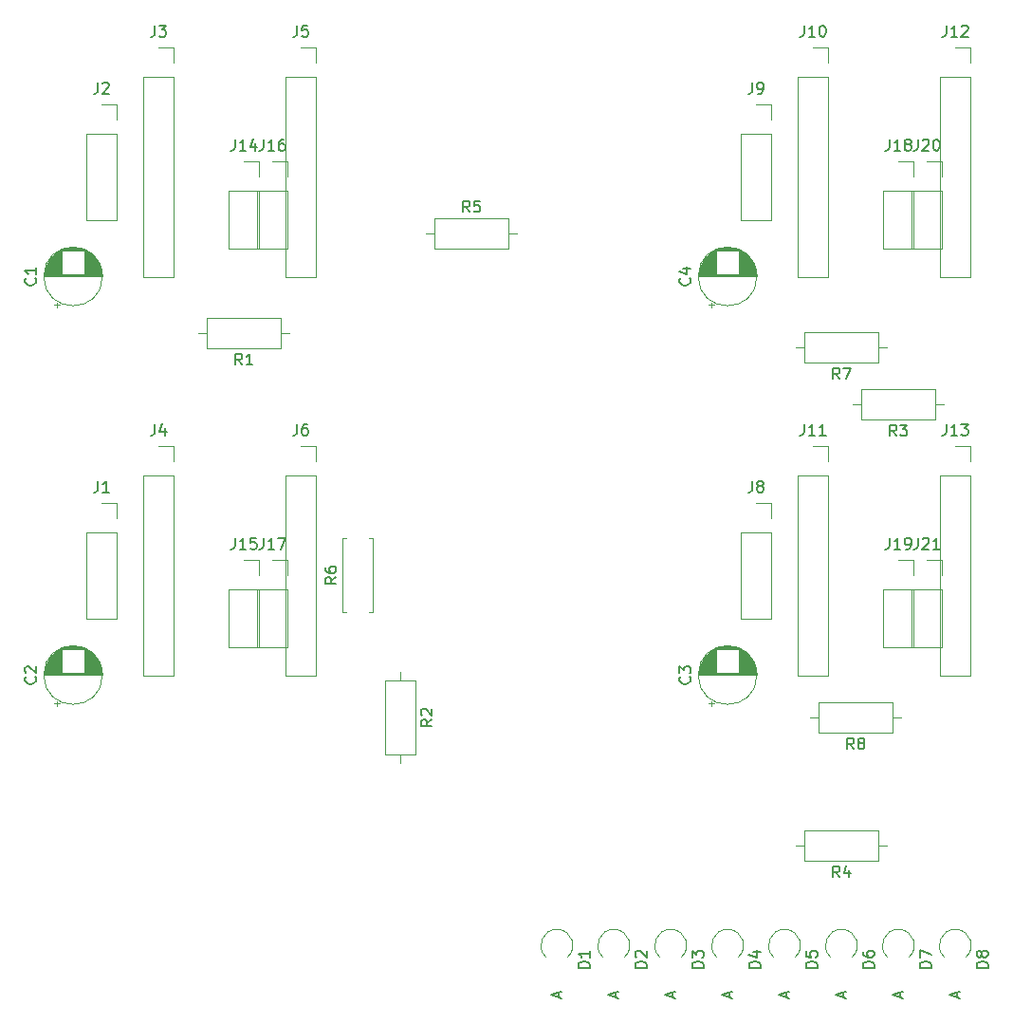
<source format=gto>
G04 #@! TF.GenerationSoftware,KiCad,Pcbnew,(6.0.2)*
G04 #@! TF.CreationDate,2025-01-10T17:30:30+01:00*
G04 #@! TF.ProjectId,4motor,346d6f74-6f72-42e6-9b69-6361645f7063,rev?*
G04 #@! TF.SameCoordinates,Original*
G04 #@! TF.FileFunction,Legend,Top*
G04 #@! TF.FilePolarity,Positive*
%FSLAX46Y46*%
G04 Gerber Fmt 4.6, Leading zero omitted, Abs format (unit mm)*
G04 Created by KiCad (PCBNEW (6.0.2)) date 2025-01-10 17:30:30*
%MOMM*%
%LPD*%
G01*
G04 APERTURE LIST*
%ADD10C,0.150000*%
%ADD11C,0.120000*%
%ADD12R,1.700000X1.700000*%
%ADD13O,1.700000X1.700000*%
%ADD14C,1.600000*%
%ADD15O,1.600000X1.600000*%
%ADD16R,1.600000X1.600000*%
%ADD17R,1.800000X1.800000*%
%ADD18O,1.800000X1.800000*%
G04 APERTURE END LIST*
D10*
X156670476Y-98282380D02*
X156670476Y-98996666D01*
X156622857Y-99139523D01*
X156527619Y-99234761D01*
X156384761Y-99282380D01*
X156289523Y-99282380D01*
X157670476Y-99282380D02*
X157099047Y-99282380D01*
X157384761Y-99282380D02*
X157384761Y-98282380D01*
X157289523Y-98425238D01*
X157194285Y-98520476D01*
X157099047Y-98568095D01*
X158003809Y-98282380D02*
X158622857Y-98282380D01*
X158289523Y-98663333D01*
X158432380Y-98663333D01*
X158527619Y-98710952D01*
X158575238Y-98758571D01*
X158622857Y-98853809D01*
X158622857Y-99091904D01*
X158575238Y-99187142D01*
X158527619Y-99234761D01*
X158432380Y-99282380D01*
X158146666Y-99282380D01*
X158051428Y-99234761D01*
X158003809Y-99187142D01*
X147153333Y-94262380D02*
X146820000Y-93786190D01*
X146581904Y-94262380D02*
X146581904Y-93262380D01*
X146962857Y-93262380D01*
X147058095Y-93310000D01*
X147105714Y-93357619D01*
X147153333Y-93452857D01*
X147153333Y-93595714D01*
X147105714Y-93690952D01*
X147058095Y-93738571D01*
X146962857Y-93786190D01*
X146581904Y-93786190D01*
X147486666Y-93262380D02*
X148153333Y-93262380D01*
X147724761Y-94262380D01*
X133767142Y-85276666D02*
X133814761Y-85324285D01*
X133862380Y-85467142D01*
X133862380Y-85562380D01*
X133814761Y-85705238D01*
X133719523Y-85800476D01*
X133624285Y-85848095D01*
X133433809Y-85895714D01*
X133290952Y-85895714D01*
X133100476Y-85848095D01*
X133005238Y-85800476D01*
X132910000Y-85705238D01*
X132862380Y-85562380D01*
X132862380Y-85467142D01*
X132910000Y-85324285D01*
X132957619Y-85276666D01*
X133195714Y-84419523D02*
X133862380Y-84419523D01*
X132814761Y-84657619D02*
X133529047Y-84895714D01*
X133529047Y-84276666D01*
X124842380Y-146788095D02*
X123842380Y-146788095D01*
X123842380Y-146550000D01*
X123890000Y-146407142D01*
X123985238Y-146311904D01*
X124080476Y-146264285D01*
X124270952Y-146216666D01*
X124413809Y-146216666D01*
X124604285Y-146264285D01*
X124699523Y-146311904D01*
X124794761Y-146407142D01*
X124842380Y-146550000D01*
X124842380Y-146788095D01*
X124842380Y-145264285D02*
X124842380Y-145835714D01*
X124842380Y-145550000D02*
X123842380Y-145550000D01*
X123985238Y-145645238D01*
X124080476Y-145740476D01*
X124128095Y-145835714D01*
X122086666Y-149458095D02*
X122086666Y-148981904D01*
X122372380Y-149553333D02*
X121372380Y-149220000D01*
X122372380Y-148886666D01*
X148423333Y-127282380D02*
X148090000Y-126806190D01*
X147851904Y-127282380D02*
X147851904Y-126282380D01*
X148232857Y-126282380D01*
X148328095Y-126330000D01*
X148375714Y-126377619D01*
X148423333Y-126472857D01*
X148423333Y-126615714D01*
X148375714Y-126710952D01*
X148328095Y-126758571D01*
X148232857Y-126806190D01*
X147851904Y-126806190D01*
X148994761Y-126710952D02*
X148899523Y-126663333D01*
X148851904Y-126615714D01*
X148804285Y-126520476D01*
X148804285Y-126472857D01*
X148851904Y-126377619D01*
X148899523Y-126330000D01*
X148994761Y-126282380D01*
X149185238Y-126282380D01*
X149280476Y-126330000D01*
X149328095Y-126377619D01*
X149375714Y-126472857D01*
X149375714Y-126520476D01*
X149328095Y-126615714D01*
X149280476Y-126663333D01*
X149185238Y-126710952D01*
X148994761Y-126710952D01*
X148899523Y-126758571D01*
X148851904Y-126806190D01*
X148804285Y-126901428D01*
X148804285Y-127091904D01*
X148851904Y-127187142D01*
X148899523Y-127234761D01*
X148994761Y-127282380D01*
X149185238Y-127282380D01*
X149280476Y-127234761D01*
X149328095Y-127187142D01*
X149375714Y-127091904D01*
X149375714Y-126901428D01*
X149328095Y-126806190D01*
X149280476Y-126758571D01*
X149185238Y-126710952D01*
X154130476Y-108442380D02*
X154130476Y-109156666D01*
X154082857Y-109299523D01*
X153987619Y-109394761D01*
X153844761Y-109442380D01*
X153749523Y-109442380D01*
X154559047Y-108537619D02*
X154606666Y-108490000D01*
X154701904Y-108442380D01*
X154940000Y-108442380D01*
X155035238Y-108490000D01*
X155082857Y-108537619D01*
X155130476Y-108632857D01*
X155130476Y-108728095D01*
X155082857Y-108870952D01*
X154511428Y-109442380D01*
X155130476Y-109442380D01*
X156082857Y-109442380D02*
X155511428Y-109442380D01*
X155797142Y-109442380D02*
X155797142Y-108442380D01*
X155701904Y-108585238D01*
X155606666Y-108680476D01*
X155511428Y-108728095D01*
X75347142Y-85276666D02*
X75394761Y-85324285D01*
X75442380Y-85467142D01*
X75442380Y-85562380D01*
X75394761Y-85705238D01*
X75299523Y-85800476D01*
X75204285Y-85848095D01*
X75013809Y-85895714D01*
X74870952Y-85895714D01*
X74680476Y-85848095D01*
X74585238Y-85800476D01*
X74490000Y-85705238D01*
X74442380Y-85562380D01*
X74442380Y-85467142D01*
X74490000Y-85324285D01*
X74537619Y-85276666D01*
X75442380Y-84324285D02*
X75442380Y-84895714D01*
X75442380Y-84610000D02*
X74442380Y-84610000D01*
X74585238Y-84705238D01*
X74680476Y-84800476D01*
X74728095Y-84895714D01*
X151590476Y-72882380D02*
X151590476Y-73596666D01*
X151542857Y-73739523D01*
X151447619Y-73834761D01*
X151304761Y-73882380D01*
X151209523Y-73882380D01*
X152590476Y-73882380D02*
X152019047Y-73882380D01*
X152304761Y-73882380D02*
X152304761Y-72882380D01*
X152209523Y-73025238D01*
X152114285Y-73120476D01*
X152019047Y-73168095D01*
X153161904Y-73310952D02*
X153066666Y-73263333D01*
X153019047Y-73215714D01*
X152971428Y-73120476D01*
X152971428Y-73072857D01*
X153019047Y-72977619D01*
X153066666Y-72930000D01*
X153161904Y-72882380D01*
X153352380Y-72882380D01*
X153447619Y-72930000D01*
X153495238Y-72977619D01*
X153542857Y-73072857D01*
X153542857Y-73120476D01*
X153495238Y-73215714D01*
X153447619Y-73263333D01*
X153352380Y-73310952D01*
X153161904Y-73310952D01*
X153066666Y-73358571D01*
X153019047Y-73406190D01*
X152971428Y-73501428D01*
X152971428Y-73691904D01*
X153019047Y-73787142D01*
X153066666Y-73834761D01*
X153161904Y-73882380D01*
X153352380Y-73882380D01*
X153447619Y-73834761D01*
X153495238Y-73787142D01*
X153542857Y-73691904D01*
X153542857Y-73501428D01*
X153495238Y-73406190D01*
X153447619Y-73358571D01*
X153352380Y-73310952D01*
X143970476Y-98282380D02*
X143970476Y-98996666D01*
X143922857Y-99139523D01*
X143827619Y-99234761D01*
X143684761Y-99282380D01*
X143589523Y-99282380D01*
X144970476Y-99282380D02*
X144399047Y-99282380D01*
X144684761Y-99282380D02*
X144684761Y-98282380D01*
X144589523Y-98425238D01*
X144494285Y-98520476D01*
X144399047Y-98568095D01*
X145922857Y-99282380D02*
X145351428Y-99282380D01*
X145637142Y-99282380D02*
X145637142Y-98282380D01*
X145541904Y-98425238D01*
X145446666Y-98520476D01*
X145351428Y-98568095D01*
X145162380Y-146788095D02*
X144162380Y-146788095D01*
X144162380Y-146550000D01*
X144210000Y-146407142D01*
X144305238Y-146311904D01*
X144400476Y-146264285D01*
X144590952Y-146216666D01*
X144733809Y-146216666D01*
X144924285Y-146264285D01*
X145019523Y-146311904D01*
X145114761Y-146407142D01*
X145162380Y-146550000D01*
X145162380Y-146788095D01*
X144162380Y-145311904D02*
X144162380Y-145788095D01*
X144638571Y-145835714D01*
X144590952Y-145788095D01*
X144543333Y-145692857D01*
X144543333Y-145454761D01*
X144590952Y-145359523D01*
X144638571Y-145311904D01*
X144733809Y-145264285D01*
X144971904Y-145264285D01*
X145067142Y-145311904D01*
X145114761Y-145359523D01*
X145162380Y-145454761D01*
X145162380Y-145692857D01*
X145114761Y-145788095D01*
X145067142Y-145835714D01*
X142406666Y-149458095D02*
X142406666Y-148981904D01*
X142692380Y-149553333D02*
X141692380Y-149220000D01*
X142692380Y-148886666D01*
X155322380Y-146788095D02*
X154322380Y-146788095D01*
X154322380Y-146550000D01*
X154370000Y-146407142D01*
X154465238Y-146311904D01*
X154560476Y-146264285D01*
X154750952Y-146216666D01*
X154893809Y-146216666D01*
X155084285Y-146264285D01*
X155179523Y-146311904D01*
X155274761Y-146407142D01*
X155322380Y-146550000D01*
X155322380Y-146788095D01*
X154322380Y-145883333D02*
X154322380Y-145216666D01*
X155322380Y-145645238D01*
X152566666Y-149458095D02*
X152566666Y-148981904D01*
X152852380Y-149553333D02*
X151852380Y-149220000D01*
X152852380Y-148886666D01*
X129922380Y-146788095D02*
X128922380Y-146788095D01*
X128922380Y-146550000D01*
X128970000Y-146407142D01*
X129065238Y-146311904D01*
X129160476Y-146264285D01*
X129350952Y-146216666D01*
X129493809Y-146216666D01*
X129684285Y-146264285D01*
X129779523Y-146311904D01*
X129874761Y-146407142D01*
X129922380Y-146550000D01*
X129922380Y-146788095D01*
X129017619Y-145835714D02*
X128970000Y-145788095D01*
X128922380Y-145692857D01*
X128922380Y-145454761D01*
X128970000Y-145359523D01*
X129017619Y-145311904D01*
X129112857Y-145264285D01*
X129208095Y-145264285D01*
X129350952Y-145311904D01*
X129922380Y-145883333D01*
X129922380Y-145264285D01*
X127166666Y-149458095D02*
X127166666Y-148981904D01*
X127452380Y-149553333D02*
X126452380Y-149220000D01*
X127452380Y-148886666D01*
X95710476Y-108442380D02*
X95710476Y-109156666D01*
X95662857Y-109299523D01*
X95567619Y-109394761D01*
X95424761Y-109442380D01*
X95329523Y-109442380D01*
X96710476Y-109442380D02*
X96139047Y-109442380D01*
X96424761Y-109442380D02*
X96424761Y-108442380D01*
X96329523Y-108585238D01*
X96234285Y-108680476D01*
X96139047Y-108728095D01*
X97043809Y-108442380D02*
X97710476Y-108442380D01*
X97281904Y-109442380D01*
X93170476Y-72882380D02*
X93170476Y-73596666D01*
X93122857Y-73739523D01*
X93027619Y-73834761D01*
X92884761Y-73882380D01*
X92789523Y-73882380D01*
X94170476Y-73882380D02*
X93599047Y-73882380D01*
X93884761Y-73882380D02*
X93884761Y-72882380D01*
X93789523Y-73025238D01*
X93694285Y-73120476D01*
X93599047Y-73168095D01*
X95027619Y-73215714D02*
X95027619Y-73882380D01*
X94789523Y-72834761D02*
X94551428Y-73549047D01*
X95170476Y-73549047D01*
X151590476Y-108442380D02*
X151590476Y-109156666D01*
X151542857Y-109299523D01*
X151447619Y-109394761D01*
X151304761Y-109442380D01*
X151209523Y-109442380D01*
X152590476Y-109442380D02*
X152019047Y-109442380D01*
X152304761Y-109442380D02*
X152304761Y-108442380D01*
X152209523Y-108585238D01*
X152114285Y-108680476D01*
X152019047Y-108728095D01*
X153066666Y-109442380D02*
X153257142Y-109442380D01*
X153352380Y-109394761D01*
X153400000Y-109347142D01*
X153495238Y-109204285D01*
X153542857Y-109013809D01*
X153542857Y-108632857D01*
X153495238Y-108537619D01*
X153447619Y-108490000D01*
X153352380Y-108442380D01*
X153161904Y-108442380D01*
X153066666Y-108490000D01*
X153019047Y-108537619D01*
X152971428Y-108632857D01*
X152971428Y-108870952D01*
X153019047Y-108966190D01*
X153066666Y-109013809D01*
X153161904Y-109061428D01*
X153352380Y-109061428D01*
X153447619Y-109013809D01*
X153495238Y-108966190D01*
X153542857Y-108870952D01*
X75347142Y-120836666D02*
X75394761Y-120884285D01*
X75442380Y-121027142D01*
X75442380Y-121122380D01*
X75394761Y-121265238D01*
X75299523Y-121360476D01*
X75204285Y-121408095D01*
X75013809Y-121455714D01*
X74870952Y-121455714D01*
X74680476Y-121408095D01*
X74585238Y-121360476D01*
X74490000Y-121265238D01*
X74442380Y-121122380D01*
X74442380Y-121027142D01*
X74490000Y-120884285D01*
X74537619Y-120836666D01*
X74537619Y-120455714D02*
X74490000Y-120408095D01*
X74442380Y-120312857D01*
X74442380Y-120074761D01*
X74490000Y-119979523D01*
X74537619Y-119931904D01*
X74632857Y-119884285D01*
X74728095Y-119884285D01*
X74870952Y-119931904D01*
X75442380Y-120503333D01*
X75442380Y-119884285D01*
X86026666Y-98282380D02*
X86026666Y-98996666D01*
X85979047Y-99139523D01*
X85883809Y-99234761D01*
X85740952Y-99282380D01*
X85645714Y-99282380D01*
X86931428Y-98615714D02*
X86931428Y-99282380D01*
X86693333Y-98234761D02*
X86455238Y-98949047D01*
X87074285Y-98949047D01*
X86026666Y-62722380D02*
X86026666Y-63436666D01*
X85979047Y-63579523D01*
X85883809Y-63674761D01*
X85740952Y-63722380D01*
X85645714Y-63722380D01*
X86407619Y-62722380D02*
X87026666Y-62722380D01*
X86693333Y-63103333D01*
X86836190Y-63103333D01*
X86931428Y-63150952D01*
X86979047Y-63198571D01*
X87026666Y-63293809D01*
X87026666Y-63531904D01*
X86979047Y-63627142D01*
X86931428Y-63674761D01*
X86836190Y-63722380D01*
X86550476Y-63722380D01*
X86455238Y-63674761D01*
X86407619Y-63627142D01*
X102222380Y-111926666D02*
X101746190Y-112260000D01*
X102222380Y-112498095D02*
X101222380Y-112498095D01*
X101222380Y-112117142D01*
X101270000Y-112021904D01*
X101317619Y-111974285D01*
X101412857Y-111926666D01*
X101555714Y-111926666D01*
X101650952Y-111974285D01*
X101698571Y-112021904D01*
X101746190Y-112117142D01*
X101746190Y-112498095D01*
X101222380Y-111069523D02*
X101222380Y-111260000D01*
X101270000Y-111355238D01*
X101317619Y-111402857D01*
X101460476Y-111498095D01*
X101650952Y-111545714D01*
X102031904Y-111545714D01*
X102127142Y-111498095D01*
X102174761Y-111450476D01*
X102222380Y-111355238D01*
X102222380Y-111164761D01*
X102174761Y-111069523D01*
X102127142Y-111021904D01*
X102031904Y-110974285D01*
X101793809Y-110974285D01*
X101698571Y-111021904D01*
X101650952Y-111069523D01*
X101603333Y-111164761D01*
X101603333Y-111355238D01*
X101650952Y-111450476D01*
X101698571Y-111498095D01*
X101793809Y-111545714D01*
X156670476Y-62722380D02*
X156670476Y-63436666D01*
X156622857Y-63579523D01*
X156527619Y-63674761D01*
X156384761Y-63722380D01*
X156289523Y-63722380D01*
X157670476Y-63722380D02*
X157099047Y-63722380D01*
X157384761Y-63722380D02*
X157384761Y-62722380D01*
X157289523Y-62865238D01*
X157194285Y-62960476D01*
X157099047Y-63008095D01*
X158051428Y-62817619D02*
X158099047Y-62770000D01*
X158194285Y-62722380D01*
X158432380Y-62722380D01*
X158527619Y-62770000D01*
X158575238Y-62817619D01*
X158622857Y-62912857D01*
X158622857Y-63008095D01*
X158575238Y-63150952D01*
X158003809Y-63722380D01*
X158622857Y-63722380D01*
X98726666Y-62722380D02*
X98726666Y-63436666D01*
X98679047Y-63579523D01*
X98583809Y-63674761D01*
X98440952Y-63722380D01*
X98345714Y-63722380D01*
X99679047Y-62722380D02*
X99202857Y-62722380D01*
X99155238Y-63198571D01*
X99202857Y-63150952D01*
X99298095Y-63103333D01*
X99536190Y-63103333D01*
X99631428Y-63150952D01*
X99679047Y-63198571D01*
X99726666Y-63293809D01*
X99726666Y-63531904D01*
X99679047Y-63627142D01*
X99631428Y-63674761D01*
X99536190Y-63722380D01*
X99298095Y-63722380D01*
X99202857Y-63674761D01*
X99155238Y-63627142D01*
X140082380Y-146788095D02*
X139082380Y-146788095D01*
X139082380Y-146550000D01*
X139130000Y-146407142D01*
X139225238Y-146311904D01*
X139320476Y-146264285D01*
X139510952Y-146216666D01*
X139653809Y-146216666D01*
X139844285Y-146264285D01*
X139939523Y-146311904D01*
X140034761Y-146407142D01*
X140082380Y-146550000D01*
X140082380Y-146788095D01*
X139415714Y-145359523D02*
X140082380Y-145359523D01*
X139034761Y-145597619D02*
X139749047Y-145835714D01*
X139749047Y-145216666D01*
X137326666Y-149458095D02*
X137326666Y-148981904D01*
X137612380Y-149553333D02*
X136612380Y-149220000D01*
X137612380Y-148886666D01*
X80946666Y-67802380D02*
X80946666Y-68516666D01*
X80899047Y-68659523D01*
X80803809Y-68754761D01*
X80660952Y-68802380D01*
X80565714Y-68802380D01*
X81375238Y-67897619D02*
X81422857Y-67850000D01*
X81518095Y-67802380D01*
X81756190Y-67802380D01*
X81851428Y-67850000D01*
X81899047Y-67897619D01*
X81946666Y-67992857D01*
X81946666Y-68088095D01*
X81899047Y-68230952D01*
X81327619Y-68802380D01*
X81946666Y-68802380D01*
X110772380Y-124626666D02*
X110296190Y-124960000D01*
X110772380Y-125198095D02*
X109772380Y-125198095D01*
X109772380Y-124817142D01*
X109820000Y-124721904D01*
X109867619Y-124674285D01*
X109962857Y-124626666D01*
X110105714Y-124626666D01*
X110200952Y-124674285D01*
X110248571Y-124721904D01*
X110296190Y-124817142D01*
X110296190Y-125198095D01*
X109867619Y-124245714D02*
X109820000Y-124198095D01*
X109772380Y-124102857D01*
X109772380Y-123864761D01*
X109820000Y-123769523D01*
X109867619Y-123721904D01*
X109962857Y-123674285D01*
X110058095Y-123674285D01*
X110200952Y-123721904D01*
X110772380Y-124293333D01*
X110772380Y-123674285D01*
X139366666Y-103362380D02*
X139366666Y-104076666D01*
X139319047Y-104219523D01*
X139223809Y-104314761D01*
X139080952Y-104362380D01*
X138985714Y-104362380D01*
X139985714Y-103790952D02*
X139890476Y-103743333D01*
X139842857Y-103695714D01*
X139795238Y-103600476D01*
X139795238Y-103552857D01*
X139842857Y-103457619D01*
X139890476Y-103410000D01*
X139985714Y-103362380D01*
X140176190Y-103362380D01*
X140271428Y-103410000D01*
X140319047Y-103457619D01*
X140366666Y-103552857D01*
X140366666Y-103600476D01*
X140319047Y-103695714D01*
X140271428Y-103743333D01*
X140176190Y-103790952D01*
X139985714Y-103790952D01*
X139890476Y-103838571D01*
X139842857Y-103886190D01*
X139795238Y-103981428D01*
X139795238Y-104171904D01*
X139842857Y-104267142D01*
X139890476Y-104314761D01*
X139985714Y-104362380D01*
X140176190Y-104362380D01*
X140271428Y-104314761D01*
X140319047Y-104267142D01*
X140366666Y-104171904D01*
X140366666Y-103981428D01*
X140319047Y-103886190D01*
X140271428Y-103838571D01*
X140176190Y-103790952D01*
X150242380Y-146788095D02*
X149242380Y-146788095D01*
X149242380Y-146550000D01*
X149290000Y-146407142D01*
X149385238Y-146311904D01*
X149480476Y-146264285D01*
X149670952Y-146216666D01*
X149813809Y-146216666D01*
X150004285Y-146264285D01*
X150099523Y-146311904D01*
X150194761Y-146407142D01*
X150242380Y-146550000D01*
X150242380Y-146788095D01*
X149242380Y-145359523D02*
X149242380Y-145550000D01*
X149290000Y-145645238D01*
X149337619Y-145692857D01*
X149480476Y-145788095D01*
X149670952Y-145835714D01*
X150051904Y-145835714D01*
X150147142Y-145788095D01*
X150194761Y-145740476D01*
X150242380Y-145645238D01*
X150242380Y-145454761D01*
X150194761Y-145359523D01*
X150147142Y-145311904D01*
X150051904Y-145264285D01*
X149813809Y-145264285D01*
X149718571Y-145311904D01*
X149670952Y-145359523D01*
X149623333Y-145454761D01*
X149623333Y-145645238D01*
X149670952Y-145740476D01*
X149718571Y-145788095D01*
X149813809Y-145835714D01*
X147486666Y-149458095D02*
X147486666Y-148981904D01*
X147772380Y-149553333D02*
X146772380Y-149220000D01*
X147772380Y-148886666D01*
X93170476Y-108442380D02*
X93170476Y-109156666D01*
X93122857Y-109299523D01*
X93027619Y-109394761D01*
X92884761Y-109442380D01*
X92789523Y-109442380D01*
X94170476Y-109442380D02*
X93599047Y-109442380D01*
X93884761Y-109442380D02*
X93884761Y-108442380D01*
X93789523Y-108585238D01*
X93694285Y-108680476D01*
X93599047Y-108728095D01*
X95075238Y-108442380D02*
X94599047Y-108442380D01*
X94551428Y-108918571D01*
X94599047Y-108870952D01*
X94694285Y-108823333D01*
X94932380Y-108823333D01*
X95027619Y-108870952D01*
X95075238Y-108918571D01*
X95122857Y-109013809D01*
X95122857Y-109251904D01*
X95075238Y-109347142D01*
X95027619Y-109394761D01*
X94932380Y-109442380D01*
X94694285Y-109442380D01*
X94599047Y-109394761D01*
X94551428Y-109347142D01*
X154130476Y-72882380D02*
X154130476Y-73596666D01*
X154082857Y-73739523D01*
X153987619Y-73834761D01*
X153844761Y-73882380D01*
X153749523Y-73882380D01*
X154559047Y-72977619D02*
X154606666Y-72930000D01*
X154701904Y-72882380D01*
X154940000Y-72882380D01*
X155035238Y-72930000D01*
X155082857Y-72977619D01*
X155130476Y-73072857D01*
X155130476Y-73168095D01*
X155082857Y-73310952D01*
X154511428Y-73882380D01*
X155130476Y-73882380D01*
X155749523Y-72882380D02*
X155844761Y-72882380D01*
X155940000Y-72930000D01*
X155987619Y-72977619D01*
X156035238Y-73072857D01*
X156082857Y-73263333D01*
X156082857Y-73501428D01*
X156035238Y-73691904D01*
X155987619Y-73787142D01*
X155940000Y-73834761D01*
X155844761Y-73882380D01*
X155749523Y-73882380D01*
X155654285Y-73834761D01*
X155606666Y-73787142D01*
X155559047Y-73691904D01*
X155511428Y-73501428D01*
X155511428Y-73263333D01*
X155559047Y-73072857D01*
X155606666Y-72977619D01*
X155654285Y-72930000D01*
X155749523Y-72882380D01*
X80946666Y-103362380D02*
X80946666Y-104076666D01*
X80899047Y-104219523D01*
X80803809Y-104314761D01*
X80660952Y-104362380D01*
X80565714Y-104362380D01*
X81946666Y-104362380D02*
X81375238Y-104362380D01*
X81660952Y-104362380D02*
X81660952Y-103362380D01*
X81565714Y-103505238D01*
X81470476Y-103600476D01*
X81375238Y-103648095D01*
X152233333Y-99342380D02*
X151900000Y-98866190D01*
X151661904Y-99342380D02*
X151661904Y-98342380D01*
X152042857Y-98342380D01*
X152138095Y-98390000D01*
X152185714Y-98437619D01*
X152233333Y-98532857D01*
X152233333Y-98675714D01*
X152185714Y-98770952D01*
X152138095Y-98818571D01*
X152042857Y-98866190D01*
X151661904Y-98866190D01*
X152566666Y-98342380D02*
X153185714Y-98342380D01*
X152852380Y-98723333D01*
X152995238Y-98723333D01*
X153090476Y-98770952D01*
X153138095Y-98818571D01*
X153185714Y-98913809D01*
X153185714Y-99151904D01*
X153138095Y-99247142D01*
X153090476Y-99294761D01*
X152995238Y-99342380D01*
X152709523Y-99342380D01*
X152614285Y-99294761D01*
X152566666Y-99247142D01*
X95710476Y-72882380D02*
X95710476Y-73596666D01*
X95662857Y-73739523D01*
X95567619Y-73834761D01*
X95424761Y-73882380D01*
X95329523Y-73882380D01*
X96710476Y-73882380D02*
X96139047Y-73882380D01*
X96424761Y-73882380D02*
X96424761Y-72882380D01*
X96329523Y-73025238D01*
X96234285Y-73120476D01*
X96139047Y-73168095D01*
X97567619Y-72882380D02*
X97377142Y-72882380D01*
X97281904Y-72930000D01*
X97234285Y-72977619D01*
X97139047Y-73120476D01*
X97091428Y-73310952D01*
X97091428Y-73691904D01*
X97139047Y-73787142D01*
X97186666Y-73834761D01*
X97281904Y-73882380D01*
X97472380Y-73882380D01*
X97567619Y-73834761D01*
X97615238Y-73787142D01*
X97662857Y-73691904D01*
X97662857Y-73453809D01*
X97615238Y-73358571D01*
X97567619Y-73310952D01*
X97472380Y-73263333D01*
X97281904Y-73263333D01*
X97186666Y-73310952D01*
X97139047Y-73358571D01*
X97091428Y-73453809D01*
X147153333Y-138712380D02*
X146820000Y-138236190D01*
X146581904Y-138712380D02*
X146581904Y-137712380D01*
X146962857Y-137712380D01*
X147058095Y-137760000D01*
X147105714Y-137807619D01*
X147153333Y-137902857D01*
X147153333Y-138045714D01*
X147105714Y-138140952D01*
X147058095Y-138188571D01*
X146962857Y-138236190D01*
X146581904Y-138236190D01*
X148010476Y-138045714D02*
X148010476Y-138712380D01*
X147772380Y-137664761D02*
X147534285Y-138379047D01*
X148153333Y-138379047D01*
X114133333Y-79362380D02*
X113800000Y-78886190D01*
X113561904Y-79362380D02*
X113561904Y-78362380D01*
X113942857Y-78362380D01*
X114038095Y-78410000D01*
X114085714Y-78457619D01*
X114133333Y-78552857D01*
X114133333Y-78695714D01*
X114085714Y-78790952D01*
X114038095Y-78838571D01*
X113942857Y-78886190D01*
X113561904Y-78886190D01*
X115038095Y-78362380D02*
X114561904Y-78362380D01*
X114514285Y-78838571D01*
X114561904Y-78790952D01*
X114657142Y-78743333D01*
X114895238Y-78743333D01*
X114990476Y-78790952D01*
X115038095Y-78838571D01*
X115085714Y-78933809D01*
X115085714Y-79171904D01*
X115038095Y-79267142D01*
X114990476Y-79314761D01*
X114895238Y-79362380D01*
X114657142Y-79362380D01*
X114561904Y-79314761D01*
X114514285Y-79267142D01*
X133767142Y-120836666D02*
X133814761Y-120884285D01*
X133862380Y-121027142D01*
X133862380Y-121122380D01*
X133814761Y-121265238D01*
X133719523Y-121360476D01*
X133624285Y-121408095D01*
X133433809Y-121455714D01*
X133290952Y-121455714D01*
X133100476Y-121408095D01*
X133005238Y-121360476D01*
X132910000Y-121265238D01*
X132862380Y-121122380D01*
X132862380Y-121027142D01*
X132910000Y-120884285D01*
X132957619Y-120836666D01*
X132862380Y-120503333D02*
X132862380Y-119884285D01*
X133243333Y-120217619D01*
X133243333Y-120074761D01*
X133290952Y-119979523D01*
X133338571Y-119931904D01*
X133433809Y-119884285D01*
X133671904Y-119884285D01*
X133767142Y-119931904D01*
X133814761Y-119979523D01*
X133862380Y-120074761D01*
X133862380Y-120360476D01*
X133814761Y-120455714D01*
X133767142Y-120503333D01*
X135002380Y-146788095D02*
X134002380Y-146788095D01*
X134002380Y-146550000D01*
X134050000Y-146407142D01*
X134145238Y-146311904D01*
X134240476Y-146264285D01*
X134430952Y-146216666D01*
X134573809Y-146216666D01*
X134764285Y-146264285D01*
X134859523Y-146311904D01*
X134954761Y-146407142D01*
X135002380Y-146550000D01*
X135002380Y-146788095D01*
X134002380Y-145883333D02*
X134002380Y-145264285D01*
X134383333Y-145597619D01*
X134383333Y-145454761D01*
X134430952Y-145359523D01*
X134478571Y-145311904D01*
X134573809Y-145264285D01*
X134811904Y-145264285D01*
X134907142Y-145311904D01*
X134954761Y-145359523D01*
X135002380Y-145454761D01*
X135002380Y-145740476D01*
X134954761Y-145835714D01*
X134907142Y-145883333D01*
X132246666Y-149458095D02*
X132246666Y-148981904D01*
X132532380Y-149553333D02*
X131532380Y-149220000D01*
X132532380Y-148886666D01*
X98726666Y-98282380D02*
X98726666Y-98996666D01*
X98679047Y-99139523D01*
X98583809Y-99234761D01*
X98440952Y-99282380D01*
X98345714Y-99282380D01*
X99631428Y-98282380D02*
X99440952Y-98282380D01*
X99345714Y-98330000D01*
X99298095Y-98377619D01*
X99202857Y-98520476D01*
X99155238Y-98710952D01*
X99155238Y-99091904D01*
X99202857Y-99187142D01*
X99250476Y-99234761D01*
X99345714Y-99282380D01*
X99536190Y-99282380D01*
X99631428Y-99234761D01*
X99679047Y-99187142D01*
X99726666Y-99091904D01*
X99726666Y-98853809D01*
X99679047Y-98758571D01*
X99631428Y-98710952D01*
X99536190Y-98663333D01*
X99345714Y-98663333D01*
X99250476Y-98710952D01*
X99202857Y-98758571D01*
X99155238Y-98853809D01*
X143970476Y-62722380D02*
X143970476Y-63436666D01*
X143922857Y-63579523D01*
X143827619Y-63674761D01*
X143684761Y-63722380D01*
X143589523Y-63722380D01*
X144970476Y-63722380D02*
X144399047Y-63722380D01*
X144684761Y-63722380D02*
X144684761Y-62722380D01*
X144589523Y-62865238D01*
X144494285Y-62960476D01*
X144399047Y-63008095D01*
X145589523Y-62722380D02*
X145684761Y-62722380D01*
X145780000Y-62770000D01*
X145827619Y-62817619D01*
X145875238Y-62912857D01*
X145922857Y-63103333D01*
X145922857Y-63341428D01*
X145875238Y-63531904D01*
X145827619Y-63627142D01*
X145780000Y-63674761D01*
X145684761Y-63722380D01*
X145589523Y-63722380D01*
X145494285Y-63674761D01*
X145446666Y-63627142D01*
X145399047Y-63531904D01*
X145351428Y-63341428D01*
X145351428Y-63103333D01*
X145399047Y-62912857D01*
X145446666Y-62817619D01*
X145494285Y-62770000D01*
X145589523Y-62722380D01*
X93813333Y-92992380D02*
X93480000Y-92516190D01*
X93241904Y-92992380D02*
X93241904Y-91992380D01*
X93622857Y-91992380D01*
X93718095Y-92040000D01*
X93765714Y-92087619D01*
X93813333Y-92182857D01*
X93813333Y-92325714D01*
X93765714Y-92420952D01*
X93718095Y-92468571D01*
X93622857Y-92516190D01*
X93241904Y-92516190D01*
X94765714Y-92992380D02*
X94194285Y-92992380D01*
X94480000Y-92992380D02*
X94480000Y-91992380D01*
X94384761Y-92135238D01*
X94289523Y-92230476D01*
X94194285Y-92278095D01*
X160402380Y-146788095D02*
X159402380Y-146788095D01*
X159402380Y-146550000D01*
X159450000Y-146407142D01*
X159545238Y-146311904D01*
X159640476Y-146264285D01*
X159830952Y-146216666D01*
X159973809Y-146216666D01*
X160164285Y-146264285D01*
X160259523Y-146311904D01*
X160354761Y-146407142D01*
X160402380Y-146550000D01*
X160402380Y-146788095D01*
X159830952Y-145645238D02*
X159783333Y-145740476D01*
X159735714Y-145788095D01*
X159640476Y-145835714D01*
X159592857Y-145835714D01*
X159497619Y-145788095D01*
X159450000Y-145740476D01*
X159402380Y-145645238D01*
X159402380Y-145454761D01*
X159450000Y-145359523D01*
X159497619Y-145311904D01*
X159592857Y-145264285D01*
X159640476Y-145264285D01*
X159735714Y-145311904D01*
X159783333Y-145359523D01*
X159830952Y-145454761D01*
X159830952Y-145645238D01*
X159878571Y-145740476D01*
X159926190Y-145788095D01*
X160021428Y-145835714D01*
X160211904Y-145835714D01*
X160307142Y-145788095D01*
X160354761Y-145740476D01*
X160402380Y-145645238D01*
X160402380Y-145454761D01*
X160354761Y-145359523D01*
X160307142Y-145311904D01*
X160211904Y-145264285D01*
X160021428Y-145264285D01*
X159926190Y-145311904D01*
X159878571Y-145359523D01*
X159830952Y-145454761D01*
X157646666Y-149458095D02*
X157646666Y-148981904D01*
X157932380Y-149553333D02*
X156932380Y-149220000D01*
X157932380Y-148886666D01*
X139366666Y-67802380D02*
X139366666Y-68516666D01*
X139319047Y-68659523D01*
X139223809Y-68754761D01*
X139080952Y-68802380D01*
X138985714Y-68802380D01*
X139890476Y-68802380D02*
X140080952Y-68802380D01*
X140176190Y-68754761D01*
X140223809Y-68707142D01*
X140319047Y-68564285D01*
X140366666Y-68373809D01*
X140366666Y-67992857D01*
X140319047Y-67897619D01*
X140271428Y-67850000D01*
X140176190Y-67802380D01*
X139985714Y-67802380D01*
X139890476Y-67850000D01*
X139842857Y-67897619D01*
X139795238Y-67992857D01*
X139795238Y-68230952D01*
X139842857Y-68326190D01*
X139890476Y-68373809D01*
X139985714Y-68421428D01*
X140176190Y-68421428D01*
X140271428Y-68373809D01*
X140319047Y-68326190D01*
X140366666Y-68230952D01*
D11*
X156150000Y-102870000D02*
X156150000Y-120710000D01*
X157480000Y-100270000D02*
X158810000Y-100270000D01*
X156150000Y-102870000D02*
X158810000Y-102870000D01*
X156150000Y-120710000D02*
X158810000Y-120710000D01*
X158810000Y-102870000D02*
X158810000Y-120710000D01*
X158810000Y-100270000D02*
X158810000Y-101600000D01*
X144050000Y-92810000D02*
X150590000Y-92810000D01*
X144050000Y-90070000D02*
X144050000Y-92810000D01*
X143280000Y-91440000D02*
X144050000Y-91440000D01*
X151360000Y-91440000D02*
X150590000Y-91440000D01*
X150590000Y-92810000D02*
X150590000Y-90070000D01*
X150590000Y-90070000D02*
X144050000Y-90070000D01*
X135660000Y-82989000D02*
X136120000Y-82989000D01*
X134610000Y-84710000D02*
X136120000Y-84710000D01*
X134960000Y-83749000D02*
X136120000Y-83749000D01*
X138200000Y-83949000D02*
X139470000Y-83949000D01*
X134985000Y-83709000D02*
X136120000Y-83709000D01*
X134795000Y-84069000D02*
X136120000Y-84069000D01*
X138200000Y-83789000D02*
X139384000Y-83789000D01*
X134580000Y-85070000D02*
X139740000Y-85070000D01*
X138200000Y-83429000D02*
X139131000Y-83429000D01*
X138200000Y-83269000D02*
X138986000Y-83269000D01*
X138200000Y-83829000D02*
X139407000Y-83829000D01*
X134587000Y-84910000D02*
X139733000Y-84910000D01*
X135435000Y-87664775D02*
X135935000Y-87664775D01*
X138200000Y-83909000D02*
X139450000Y-83909000D01*
X136062000Y-82749000D02*
X138258000Y-82749000D01*
X134632000Y-84590000D02*
X136120000Y-84590000D01*
X138200000Y-83749000D02*
X139360000Y-83749000D01*
X134680000Y-84389000D02*
X136120000Y-84389000D01*
X138200000Y-83069000D02*
X138765000Y-83069000D01*
X134649000Y-84510000D02*
X136120000Y-84510000D01*
X135259000Y-83349000D02*
X136120000Y-83349000D01*
X136355000Y-82629000D02*
X137965000Y-82629000D01*
X138200000Y-82949000D02*
X138603000Y-82949000D01*
X138200000Y-83869000D02*
X139428000Y-83869000D01*
X138200000Y-83669000D02*
X139309000Y-83669000D01*
X138200000Y-83469000D02*
X139164000Y-83469000D01*
X135777000Y-82909000D02*
X136120000Y-82909000D01*
X136876000Y-82509000D02*
X137444000Y-82509000D01*
X138200000Y-84510000D02*
X139671000Y-84510000D01*
X138200000Y-82989000D02*
X138660000Y-82989000D01*
X134812000Y-84029000D02*
X136120000Y-84029000D01*
X135507000Y-83109000D02*
X136120000Y-83109000D01*
X138200000Y-84670000D02*
X139703000Y-84670000D01*
X134778000Y-84109000D02*
X136120000Y-84109000D01*
X138200000Y-83509000D02*
X139195000Y-83509000D01*
X138200000Y-83389000D02*
X139097000Y-83389000D01*
X138200000Y-82829000D02*
X138411000Y-82829000D01*
X135909000Y-82829000D02*
X136120000Y-82829000D01*
X135461000Y-83149000D02*
X136120000Y-83149000D01*
X138200000Y-84229000D02*
X139588000Y-84229000D01*
X134870000Y-83909000D02*
X136120000Y-83909000D01*
X135606000Y-83029000D02*
X136120000Y-83029000D01*
X134892000Y-83869000D02*
X136120000Y-83869000D01*
X135038000Y-83629000D02*
X136120000Y-83629000D01*
X134640000Y-84550000D02*
X136120000Y-84550000D01*
X134913000Y-83829000D02*
X136120000Y-83829000D01*
X138200000Y-84470000D02*
X139661000Y-84470000D01*
X138200000Y-84149000D02*
X139558000Y-84149000D01*
X134850000Y-83949000D02*
X136120000Y-83949000D01*
X134599000Y-84790000D02*
X136120000Y-84790000D01*
X135417000Y-83189000D02*
X136120000Y-83189000D01*
X138200000Y-83309000D02*
X139024000Y-83309000D01*
X138200000Y-83709000D02*
X139335000Y-83709000D01*
X138200000Y-84790000D02*
X139721000Y-84790000D01*
X138200000Y-84029000D02*
X139508000Y-84029000D01*
X138200000Y-84710000D02*
X139710000Y-84710000D01*
X138200000Y-84069000D02*
X139525000Y-84069000D01*
X134762000Y-84149000D02*
X136120000Y-84149000D01*
X138200000Y-84870000D02*
X139729000Y-84870000D01*
X134718000Y-84269000D02*
X136120000Y-84269000D01*
X135685000Y-87914775D02*
X135685000Y-87414775D01*
X134580000Y-85110000D02*
X139740000Y-85110000D01*
X134624000Y-84630000D02*
X136120000Y-84630000D01*
X135223000Y-83389000D02*
X136120000Y-83389000D01*
X138200000Y-84550000D02*
X139680000Y-84550000D01*
X138200000Y-83189000D02*
X138903000Y-83189000D01*
X134831000Y-83989000D02*
X136120000Y-83989000D01*
X138200000Y-84109000D02*
X139542000Y-84109000D01*
X135982000Y-82789000D02*
X138338000Y-82789000D01*
X134669000Y-84430000D02*
X136120000Y-84430000D01*
X135156000Y-83469000D02*
X136120000Y-83469000D01*
X135841000Y-82869000D02*
X136120000Y-82869000D01*
X136642000Y-82549000D02*
X137678000Y-82549000D01*
X138200000Y-84830000D02*
X139725000Y-84830000D01*
X138200000Y-83629000D02*
X139282000Y-83629000D01*
X135334000Y-83269000D02*
X136120000Y-83269000D01*
X138200000Y-83229000D02*
X138945000Y-83229000D01*
X138200000Y-83029000D02*
X138714000Y-83029000D01*
X134692000Y-84349000D02*
X136120000Y-84349000D01*
X138200000Y-84389000D02*
X139640000Y-84389000D01*
X134936000Y-83789000D02*
X136120000Y-83789000D01*
X138200000Y-83349000D02*
X139061000Y-83349000D01*
X135717000Y-82949000D02*
X136120000Y-82949000D01*
X138200000Y-82909000D02*
X138543000Y-82909000D01*
X138200000Y-84750000D02*
X139716000Y-84750000D01*
X136149000Y-82709000D02*
X138171000Y-82709000D01*
X134617000Y-84670000D02*
X136120000Y-84670000D01*
X138200000Y-83149000D02*
X138859000Y-83149000D01*
X135555000Y-83069000D02*
X136120000Y-83069000D01*
X135011000Y-83669000D02*
X136120000Y-83669000D01*
X138200000Y-84430000D02*
X139651000Y-84430000D01*
X134595000Y-84830000D02*
X136120000Y-84830000D01*
X135296000Y-83309000D02*
X136120000Y-83309000D01*
X138200000Y-84309000D02*
X139615000Y-84309000D01*
X134581000Y-85030000D02*
X139739000Y-85030000D01*
X136245000Y-82669000D02*
X138075000Y-82669000D01*
X134582000Y-84990000D02*
X139738000Y-84990000D01*
X134746000Y-84189000D02*
X136120000Y-84189000D01*
X138200000Y-83589000D02*
X139255000Y-83589000D01*
X138200000Y-82869000D02*
X138479000Y-82869000D01*
X138200000Y-84349000D02*
X139628000Y-84349000D01*
X138200000Y-83989000D02*
X139489000Y-83989000D01*
X134604000Y-84750000D02*
X136120000Y-84750000D01*
X134732000Y-84229000D02*
X136120000Y-84229000D01*
X134705000Y-84309000D02*
X136120000Y-84309000D01*
X138200000Y-84189000D02*
X139574000Y-84189000D01*
X135065000Y-83589000D02*
X136120000Y-83589000D01*
X138200000Y-84269000D02*
X139602000Y-84269000D01*
X135189000Y-83429000D02*
X136120000Y-83429000D01*
X135375000Y-83229000D02*
X136120000Y-83229000D01*
X138200000Y-84590000D02*
X139688000Y-84590000D01*
X135095000Y-83549000D02*
X136120000Y-83549000D01*
X138200000Y-83549000D02*
X139225000Y-83549000D01*
X138200000Y-84630000D02*
X139696000Y-84630000D01*
X134659000Y-84470000D02*
X136120000Y-84470000D01*
X138200000Y-83109000D02*
X138813000Y-83109000D01*
X134584000Y-84950000D02*
X139736000Y-84950000D01*
X135125000Y-83509000D02*
X136120000Y-83509000D01*
X136483000Y-82589000D02*
X137837000Y-82589000D01*
X134591000Y-84870000D02*
X136120000Y-84870000D01*
X139780000Y-85110000D02*
G75*
G03*
X139780000Y-85110000I-2620000J0D01*
G01*
X122820000Y-145893239D02*
G75*
G03*
X120951134Y-145833850I-900000J1113239D01*
G01*
X145320000Y-125830000D02*
X151860000Y-125830000D01*
X151860000Y-125830000D02*
X151860000Y-123090000D01*
X151860000Y-123090000D02*
X145320000Y-123090000D01*
X144550000Y-124460000D02*
X145320000Y-124460000D01*
X152630000Y-124460000D02*
X151860000Y-124460000D01*
X145320000Y-123090000D02*
X145320000Y-125830000D01*
X156270000Y-110430000D02*
X156270000Y-111760000D01*
X153610000Y-113030000D02*
X153610000Y-118170000D01*
X154940000Y-110430000D02*
X156270000Y-110430000D01*
X153610000Y-113030000D02*
X156270000Y-113030000D01*
X153610000Y-118170000D02*
X156270000Y-118170000D01*
X156270000Y-113030000D02*
X156270000Y-118170000D01*
X79780000Y-84189000D02*
X81154000Y-84189000D01*
X76516000Y-83789000D02*
X77700000Y-83789000D01*
X79780000Y-84870000D02*
X81309000Y-84870000D01*
X76769000Y-83429000D02*
X77700000Y-83429000D01*
X77642000Y-82749000D02*
X79838000Y-82749000D01*
X77357000Y-82909000D02*
X77700000Y-82909000D01*
X76493000Y-83829000D02*
X77700000Y-83829000D01*
X79780000Y-84069000D02*
X81105000Y-84069000D01*
X76220000Y-84550000D02*
X77700000Y-84550000D01*
X77015000Y-87664775D02*
X77515000Y-87664775D01*
X79780000Y-83269000D02*
X80566000Y-83269000D01*
X76260000Y-84389000D02*
X77700000Y-84389000D01*
X79780000Y-83109000D02*
X80393000Y-83109000D01*
X79780000Y-82829000D02*
X79991000Y-82829000D01*
X76229000Y-84510000D02*
X77700000Y-84510000D01*
X79780000Y-84510000D02*
X81251000Y-84510000D01*
X77186000Y-83029000D02*
X77700000Y-83029000D01*
X76179000Y-84790000D02*
X77700000Y-84790000D01*
X79780000Y-83149000D02*
X80439000Y-83149000D01*
X79780000Y-84229000D02*
X81168000Y-84229000D01*
X76204000Y-84630000D02*
X77700000Y-84630000D01*
X77240000Y-82989000D02*
X77700000Y-82989000D01*
X76160000Y-85110000D02*
X81320000Y-85110000D01*
X76645000Y-83589000D02*
X77700000Y-83589000D01*
X79780000Y-84109000D02*
X81122000Y-84109000D01*
X76705000Y-83509000D02*
X77700000Y-83509000D01*
X79780000Y-83509000D02*
X80775000Y-83509000D01*
X76955000Y-83229000D02*
X77700000Y-83229000D01*
X77562000Y-82789000D02*
X79918000Y-82789000D01*
X76914000Y-83269000D02*
X77700000Y-83269000D01*
X79780000Y-84830000D02*
X81305000Y-84830000D01*
X79780000Y-84349000D02*
X81208000Y-84349000D01*
X79780000Y-83749000D02*
X80940000Y-83749000D01*
X77729000Y-82709000D02*
X79751000Y-82709000D01*
X79780000Y-83429000D02*
X80711000Y-83429000D01*
X76358000Y-84109000D02*
X77700000Y-84109000D01*
X79780000Y-83589000D02*
X80835000Y-83589000D01*
X78063000Y-82589000D02*
X79417000Y-82589000D01*
X77087000Y-83109000D02*
X77700000Y-83109000D01*
X76160000Y-85070000D02*
X81320000Y-85070000D01*
X77041000Y-83149000D02*
X77700000Y-83149000D01*
X79780000Y-84470000D02*
X81241000Y-84470000D01*
X76736000Y-83469000D02*
X77700000Y-83469000D01*
X79780000Y-83829000D02*
X80987000Y-83829000D01*
X79780000Y-83469000D02*
X80744000Y-83469000D01*
X79780000Y-84590000D02*
X81268000Y-84590000D01*
X76184000Y-84750000D02*
X77700000Y-84750000D01*
X76803000Y-83389000D02*
X77700000Y-83389000D01*
X77935000Y-82629000D02*
X79545000Y-82629000D01*
X79780000Y-84149000D02*
X81138000Y-84149000D01*
X79780000Y-84389000D02*
X81220000Y-84389000D01*
X79780000Y-83349000D02*
X80641000Y-83349000D01*
X76450000Y-83909000D02*
X77700000Y-83909000D01*
X76472000Y-83869000D02*
X77700000Y-83869000D01*
X79780000Y-83389000D02*
X80677000Y-83389000D01*
X79780000Y-83989000D02*
X81069000Y-83989000D01*
X79780000Y-83949000D02*
X81050000Y-83949000D01*
X76342000Y-84149000D02*
X77700000Y-84149000D01*
X76312000Y-84229000D02*
X77700000Y-84229000D01*
X76326000Y-84189000D02*
X77700000Y-84189000D01*
X76675000Y-83549000D02*
X77700000Y-83549000D01*
X76175000Y-84830000D02*
X77700000Y-84830000D01*
X78222000Y-82549000D02*
X79258000Y-82549000D01*
X79780000Y-84750000D02*
X81296000Y-84750000D01*
X79780000Y-84309000D02*
X81195000Y-84309000D01*
X76411000Y-83989000D02*
X77700000Y-83989000D01*
X79780000Y-84790000D02*
X81301000Y-84790000D01*
X79780000Y-84550000D02*
X81260000Y-84550000D01*
X79780000Y-83629000D02*
X80862000Y-83629000D01*
X76239000Y-84470000D02*
X77700000Y-84470000D01*
X79780000Y-84630000D02*
X81276000Y-84630000D01*
X76161000Y-85030000D02*
X81319000Y-85030000D01*
X76876000Y-83309000D02*
X77700000Y-83309000D01*
X77489000Y-82829000D02*
X77700000Y-82829000D01*
X77297000Y-82949000D02*
X77700000Y-82949000D01*
X79780000Y-83709000D02*
X80915000Y-83709000D01*
X77135000Y-83069000D02*
X77700000Y-83069000D01*
X77825000Y-82669000D02*
X79655000Y-82669000D01*
X76190000Y-84710000D02*
X77700000Y-84710000D01*
X79780000Y-82989000D02*
X80240000Y-82989000D01*
X76272000Y-84349000D02*
X77700000Y-84349000D01*
X79780000Y-84710000D02*
X81290000Y-84710000D01*
X79780000Y-84029000D02*
X81088000Y-84029000D01*
X79780000Y-82869000D02*
X80059000Y-82869000D01*
X76839000Y-83349000D02*
X77700000Y-83349000D01*
X76375000Y-84069000D02*
X77700000Y-84069000D01*
X76618000Y-83629000D02*
X77700000Y-83629000D01*
X76171000Y-84870000D02*
X77700000Y-84870000D01*
X77265000Y-87914775D02*
X77265000Y-87414775D01*
X79780000Y-83549000D02*
X80805000Y-83549000D01*
X76212000Y-84590000D02*
X77700000Y-84590000D01*
X76298000Y-84269000D02*
X77700000Y-84269000D01*
X77421000Y-82869000D02*
X77700000Y-82869000D01*
X76392000Y-84029000D02*
X77700000Y-84029000D01*
X76162000Y-84990000D02*
X81318000Y-84990000D01*
X76164000Y-84950000D02*
X81316000Y-84950000D01*
X79780000Y-84670000D02*
X81283000Y-84670000D01*
X76249000Y-84430000D02*
X77700000Y-84430000D01*
X79780000Y-84430000D02*
X81231000Y-84430000D01*
X76197000Y-84670000D02*
X77700000Y-84670000D01*
X79780000Y-83869000D02*
X81008000Y-83869000D01*
X79780000Y-83029000D02*
X80294000Y-83029000D01*
X76430000Y-83949000D02*
X77700000Y-83949000D01*
X76997000Y-83189000D02*
X77700000Y-83189000D01*
X79780000Y-84269000D02*
X81182000Y-84269000D01*
X76167000Y-84910000D02*
X81313000Y-84910000D01*
X79780000Y-82949000D02*
X80183000Y-82949000D01*
X79780000Y-83069000D02*
X80345000Y-83069000D01*
X76591000Y-83669000D02*
X77700000Y-83669000D01*
X79780000Y-83789000D02*
X80964000Y-83789000D01*
X79780000Y-83229000D02*
X80525000Y-83229000D01*
X76540000Y-83749000D02*
X77700000Y-83749000D01*
X76285000Y-84309000D02*
X77700000Y-84309000D01*
X78456000Y-82509000D02*
X79024000Y-82509000D01*
X79780000Y-83189000D02*
X80483000Y-83189000D01*
X79780000Y-83669000D02*
X80889000Y-83669000D01*
X76565000Y-83709000D02*
X77700000Y-83709000D01*
X79780000Y-83309000D02*
X80604000Y-83309000D01*
X79780000Y-82909000D02*
X80123000Y-82909000D01*
X79780000Y-83909000D02*
X81030000Y-83909000D01*
X81360000Y-85110000D02*
G75*
G03*
X81360000Y-85110000I-2620000J0D01*
G01*
X151070000Y-77470000D02*
X151070000Y-82610000D01*
X153730000Y-74870000D02*
X153730000Y-76200000D01*
X152400000Y-74870000D02*
X153730000Y-74870000D01*
X151070000Y-82610000D02*
X153730000Y-82610000D01*
X153730000Y-77470000D02*
X153730000Y-82610000D01*
X151070000Y-77470000D02*
X153730000Y-77470000D01*
X143450000Y-102870000D02*
X146110000Y-102870000D01*
X143450000Y-120710000D02*
X146110000Y-120710000D01*
X144780000Y-100270000D02*
X146110000Y-100270000D01*
X146110000Y-102870000D02*
X146110000Y-120710000D01*
X143450000Y-102870000D02*
X143450000Y-120710000D01*
X146110000Y-100270000D02*
X146110000Y-101600000D01*
X143140000Y-145893239D02*
G75*
G03*
X141271134Y-145833850I-900000J1113239D01*
G01*
X153300000Y-145893239D02*
G75*
G03*
X151431134Y-145833850I-900000J1113239D01*
G01*
X127900000Y-145893239D02*
G75*
G03*
X126031134Y-145833850I-900000J1113239D01*
G01*
X95190000Y-113030000D02*
X95190000Y-118170000D01*
X96520000Y-110430000D02*
X97850000Y-110430000D01*
X97850000Y-113030000D02*
X97850000Y-118170000D01*
X95190000Y-113030000D02*
X97850000Y-113030000D01*
X97850000Y-110430000D02*
X97850000Y-111760000D01*
X95190000Y-118170000D02*
X97850000Y-118170000D01*
X95310000Y-74870000D02*
X95310000Y-76200000D01*
X92650000Y-77470000D02*
X95310000Y-77470000D01*
X92650000Y-77470000D02*
X92650000Y-82610000D01*
X93980000Y-74870000D02*
X95310000Y-74870000D01*
X95310000Y-77470000D02*
X95310000Y-82610000D01*
X92650000Y-82610000D02*
X95310000Y-82610000D01*
X153730000Y-113030000D02*
X153730000Y-118170000D01*
X151070000Y-118170000D02*
X153730000Y-118170000D01*
X151070000Y-113030000D02*
X153730000Y-113030000D01*
X152400000Y-110430000D02*
X153730000Y-110430000D01*
X151070000Y-113030000D02*
X151070000Y-118170000D01*
X153730000Y-110430000D02*
X153730000Y-111760000D01*
X76591000Y-119229000D02*
X77700000Y-119229000D01*
X76160000Y-120630000D02*
X81320000Y-120630000D01*
X76167000Y-120470000D02*
X81313000Y-120470000D01*
X76160000Y-120670000D02*
X81320000Y-120670000D01*
X76249000Y-119990000D02*
X77700000Y-119990000D01*
X79780000Y-119389000D02*
X80987000Y-119389000D01*
X76239000Y-120030000D02*
X77700000Y-120030000D01*
X77562000Y-118349000D02*
X79918000Y-118349000D01*
X79780000Y-118829000D02*
X80566000Y-118829000D01*
X79780000Y-119869000D02*
X81195000Y-119869000D01*
X77015000Y-123224775D02*
X77515000Y-123224775D01*
X77186000Y-118589000D02*
X77700000Y-118589000D01*
X79780000Y-118469000D02*
X80123000Y-118469000D01*
X79780000Y-118749000D02*
X80483000Y-118749000D01*
X79780000Y-120310000D02*
X81296000Y-120310000D01*
X76171000Y-120430000D02*
X77700000Y-120430000D01*
X76272000Y-119909000D02*
X77700000Y-119909000D01*
X76392000Y-119589000D02*
X77700000Y-119589000D01*
X78222000Y-118109000D02*
X79258000Y-118109000D01*
X79780000Y-118509000D02*
X80183000Y-118509000D01*
X79780000Y-119669000D02*
X81122000Y-119669000D01*
X76769000Y-118989000D02*
X77700000Y-118989000D01*
X79780000Y-118669000D02*
X80393000Y-118669000D01*
X76914000Y-118829000D02*
X77700000Y-118829000D01*
X76375000Y-119629000D02*
X77700000Y-119629000D01*
X77357000Y-118469000D02*
X77700000Y-118469000D01*
X76472000Y-119429000D02*
X77700000Y-119429000D01*
X79780000Y-119589000D02*
X81088000Y-119589000D01*
X79780000Y-119309000D02*
X80940000Y-119309000D01*
X76184000Y-120310000D02*
X77700000Y-120310000D01*
X77041000Y-118709000D02*
X77700000Y-118709000D01*
X76955000Y-118789000D02*
X77700000Y-118789000D01*
X79780000Y-119629000D02*
X81105000Y-119629000D01*
X79780000Y-118589000D02*
X80294000Y-118589000D01*
X76411000Y-119549000D02*
X77700000Y-119549000D01*
X76220000Y-120110000D02*
X77700000Y-120110000D01*
X79780000Y-118789000D02*
X80525000Y-118789000D01*
X79780000Y-118429000D02*
X80059000Y-118429000D01*
X76645000Y-119149000D02*
X77700000Y-119149000D01*
X79780000Y-119909000D02*
X81208000Y-119909000D01*
X76997000Y-118749000D02*
X77700000Y-118749000D01*
X77729000Y-118269000D02*
X79751000Y-118269000D01*
X76175000Y-120390000D02*
X77700000Y-120390000D01*
X79780000Y-119269000D02*
X80915000Y-119269000D01*
X76164000Y-120510000D02*
X81316000Y-120510000D01*
X78063000Y-118149000D02*
X79417000Y-118149000D01*
X77825000Y-118229000D02*
X79655000Y-118229000D01*
X79780000Y-119429000D02*
X81008000Y-119429000D01*
X76430000Y-119509000D02*
X77700000Y-119509000D01*
X79780000Y-119189000D02*
X80862000Y-119189000D01*
X79780000Y-118909000D02*
X80641000Y-118909000D01*
X79780000Y-119029000D02*
X80744000Y-119029000D01*
X79780000Y-119789000D02*
X81168000Y-119789000D01*
X76197000Y-120230000D02*
X77700000Y-120230000D01*
X79780000Y-120190000D02*
X81276000Y-120190000D01*
X79780000Y-120230000D02*
X81283000Y-120230000D01*
X79780000Y-119229000D02*
X80889000Y-119229000D01*
X79780000Y-118389000D02*
X79991000Y-118389000D01*
X76358000Y-119669000D02*
X77700000Y-119669000D01*
X76260000Y-119949000D02*
X77700000Y-119949000D01*
X79780000Y-118549000D02*
X80240000Y-118549000D01*
X76326000Y-119749000D02*
X77700000Y-119749000D01*
X79780000Y-118869000D02*
X80604000Y-118869000D01*
X76179000Y-120350000D02*
X77700000Y-120350000D01*
X76312000Y-119789000D02*
X77700000Y-119789000D01*
X76565000Y-119269000D02*
X77700000Y-119269000D01*
X76190000Y-120270000D02*
X77700000Y-120270000D01*
X77135000Y-118629000D02*
X77700000Y-118629000D01*
X76342000Y-119709000D02*
X77700000Y-119709000D01*
X76839000Y-118909000D02*
X77700000Y-118909000D01*
X76876000Y-118869000D02*
X77700000Y-118869000D01*
X79780000Y-120110000D02*
X81260000Y-120110000D01*
X79780000Y-119949000D02*
X81220000Y-119949000D01*
X76212000Y-120150000D02*
X77700000Y-120150000D01*
X79780000Y-119069000D02*
X80775000Y-119069000D01*
X79780000Y-119109000D02*
X80805000Y-119109000D01*
X77087000Y-118669000D02*
X77700000Y-118669000D01*
X79780000Y-118989000D02*
X80711000Y-118989000D01*
X76803000Y-118949000D02*
X77700000Y-118949000D01*
X79780000Y-120390000D02*
X81305000Y-120390000D01*
X79780000Y-120270000D02*
X81290000Y-120270000D01*
X79780000Y-119509000D02*
X81050000Y-119509000D01*
X79780000Y-119749000D02*
X81154000Y-119749000D01*
X79780000Y-120350000D02*
X81301000Y-120350000D01*
X79780000Y-119349000D02*
X80964000Y-119349000D01*
X76705000Y-119069000D02*
X77700000Y-119069000D01*
X76450000Y-119469000D02*
X77700000Y-119469000D01*
X79780000Y-119829000D02*
X81182000Y-119829000D01*
X76285000Y-119869000D02*
X77700000Y-119869000D01*
X79780000Y-118629000D02*
X80345000Y-118629000D01*
X77240000Y-118549000D02*
X77700000Y-118549000D01*
X78456000Y-118069000D02*
X79024000Y-118069000D01*
X79780000Y-120070000D02*
X81251000Y-120070000D01*
X76229000Y-120070000D02*
X77700000Y-120070000D01*
X77421000Y-118429000D02*
X77700000Y-118429000D01*
X77642000Y-118309000D02*
X79838000Y-118309000D01*
X79780000Y-119709000D02*
X81138000Y-119709000D01*
X76493000Y-119389000D02*
X77700000Y-119389000D01*
X79780000Y-119469000D02*
X81030000Y-119469000D01*
X79780000Y-119149000D02*
X80835000Y-119149000D01*
X79780000Y-119549000D02*
X81069000Y-119549000D01*
X79780000Y-120030000D02*
X81241000Y-120030000D01*
X76516000Y-119349000D02*
X77700000Y-119349000D01*
X77265000Y-123474775D02*
X77265000Y-122974775D01*
X76204000Y-120190000D02*
X77700000Y-120190000D01*
X76618000Y-119189000D02*
X77700000Y-119189000D01*
X79780000Y-119990000D02*
X81231000Y-119990000D01*
X77489000Y-118389000D02*
X77700000Y-118389000D01*
X77935000Y-118189000D02*
X79545000Y-118189000D01*
X77297000Y-118509000D02*
X77700000Y-118509000D01*
X76161000Y-120590000D02*
X81319000Y-120590000D01*
X76540000Y-119309000D02*
X77700000Y-119309000D01*
X79780000Y-120150000D02*
X81268000Y-120150000D01*
X76162000Y-120550000D02*
X81318000Y-120550000D01*
X79780000Y-118949000D02*
X80677000Y-118949000D01*
X79780000Y-120430000D02*
X81309000Y-120430000D01*
X79780000Y-118709000D02*
X80439000Y-118709000D01*
X76736000Y-119029000D02*
X77700000Y-119029000D01*
X76675000Y-119109000D02*
X77700000Y-119109000D01*
X76298000Y-119829000D02*
X77700000Y-119829000D01*
X81360000Y-120670000D02*
G75*
G03*
X81360000Y-120670000I-2620000J0D01*
G01*
X85030000Y-120710000D02*
X87690000Y-120710000D01*
X86360000Y-100270000D02*
X87690000Y-100270000D01*
X87690000Y-102870000D02*
X87690000Y-120710000D01*
X85030000Y-102870000D02*
X85030000Y-120710000D01*
X87690000Y-100270000D02*
X87690000Y-101600000D01*
X85030000Y-102870000D02*
X87690000Y-102870000D01*
X85030000Y-67310000D02*
X87690000Y-67310000D01*
X86360000Y-64710000D02*
X87690000Y-64710000D01*
X87690000Y-64710000D02*
X87690000Y-66040000D01*
X85030000Y-85150000D02*
X87690000Y-85150000D01*
X85030000Y-67310000D02*
X85030000Y-85150000D01*
X87690000Y-67310000D02*
X87690000Y-85150000D01*
X102770000Y-108490000D02*
X103100000Y-108490000D01*
X103100000Y-115030000D02*
X102770000Y-115030000D01*
X105180000Y-115030000D02*
X105510000Y-115030000D01*
X102770000Y-115030000D02*
X102770000Y-108490000D01*
X105510000Y-115030000D02*
X105510000Y-108490000D01*
X105510000Y-108490000D02*
X105180000Y-108490000D01*
X158810000Y-67310000D02*
X158810000Y-85150000D01*
X156150000Y-67310000D02*
X156150000Y-85150000D01*
X157480000Y-64710000D02*
X158810000Y-64710000D01*
X158810000Y-64710000D02*
X158810000Y-66040000D01*
X156150000Y-67310000D02*
X158810000Y-67310000D01*
X156150000Y-85150000D02*
X158810000Y-85150000D01*
X97730000Y-67310000D02*
X100390000Y-67310000D01*
X97730000Y-85150000D02*
X100390000Y-85150000D01*
X100390000Y-67310000D02*
X100390000Y-85150000D01*
X99060000Y-64710000D02*
X100390000Y-64710000D01*
X97730000Y-67310000D02*
X97730000Y-85150000D01*
X100390000Y-64710000D02*
X100390000Y-66040000D01*
X138060000Y-145893239D02*
G75*
G03*
X136191134Y-145833850I-900000J1113239D01*
G01*
X79950000Y-72390000D02*
X82610000Y-72390000D01*
X82610000Y-69790000D02*
X82610000Y-71120000D01*
X81280000Y-69790000D02*
X82610000Y-69790000D01*
X79950000Y-80070000D02*
X82610000Y-80070000D01*
X82610000Y-72390000D02*
X82610000Y-80070000D01*
X79950000Y-72390000D02*
X79950000Y-80070000D01*
X106580000Y-121190000D02*
X106580000Y-127730000D01*
X107950000Y-120420000D02*
X107950000Y-121190000D01*
X106580000Y-127730000D02*
X109320000Y-127730000D01*
X109320000Y-127730000D02*
X109320000Y-121190000D01*
X109320000Y-121190000D02*
X106580000Y-121190000D01*
X107950000Y-128500000D02*
X107950000Y-127730000D01*
X138370000Y-115630000D02*
X141030000Y-115630000D01*
X141030000Y-107950000D02*
X141030000Y-115630000D01*
X141030000Y-105350000D02*
X141030000Y-106680000D01*
X139700000Y-105350000D02*
X141030000Y-105350000D01*
X138370000Y-107950000D02*
X141030000Y-107950000D01*
X138370000Y-107950000D02*
X138370000Y-115630000D01*
X148220000Y-145893239D02*
G75*
G03*
X146351134Y-145833850I-900000J1113239D01*
G01*
X92650000Y-113030000D02*
X95310000Y-113030000D01*
X92650000Y-118170000D02*
X95310000Y-118170000D01*
X95310000Y-110430000D02*
X95310000Y-111760000D01*
X95310000Y-113030000D02*
X95310000Y-118170000D01*
X93980000Y-110430000D02*
X95310000Y-110430000D01*
X92650000Y-113030000D02*
X92650000Y-118170000D01*
X154940000Y-74870000D02*
X156270000Y-74870000D01*
X153610000Y-82610000D02*
X156270000Y-82610000D01*
X156270000Y-74870000D02*
X156270000Y-76200000D01*
X153610000Y-77470000D02*
X153610000Y-82610000D01*
X153610000Y-77470000D02*
X156270000Y-77470000D01*
X156270000Y-77470000D02*
X156270000Y-82610000D01*
X82610000Y-105350000D02*
X82610000Y-106680000D01*
X79950000Y-115630000D02*
X82610000Y-115630000D01*
X81280000Y-105350000D02*
X82610000Y-105350000D01*
X79950000Y-107950000D02*
X82610000Y-107950000D01*
X79950000Y-107950000D02*
X79950000Y-115630000D01*
X82610000Y-107950000D02*
X82610000Y-115630000D01*
X149130000Y-95150000D02*
X149130000Y-97890000D01*
X155670000Y-95150000D02*
X149130000Y-95150000D01*
X149130000Y-97890000D02*
X155670000Y-97890000D01*
X155670000Y-97890000D02*
X155670000Y-95150000D01*
X148360000Y-96520000D02*
X149130000Y-96520000D01*
X156440000Y-96520000D02*
X155670000Y-96520000D01*
X96520000Y-74870000D02*
X97850000Y-74870000D01*
X95190000Y-77470000D02*
X97850000Y-77470000D01*
X95190000Y-77470000D02*
X95190000Y-82610000D01*
X95190000Y-82610000D02*
X97850000Y-82610000D01*
X97850000Y-74870000D02*
X97850000Y-76200000D01*
X97850000Y-77470000D02*
X97850000Y-82610000D01*
X150590000Y-137260000D02*
X150590000Y-134520000D01*
X144050000Y-137260000D02*
X150590000Y-137260000D01*
X151360000Y-135890000D02*
X150590000Y-135890000D01*
X150590000Y-134520000D02*
X144050000Y-134520000D01*
X143280000Y-135890000D02*
X144050000Y-135890000D01*
X144050000Y-134520000D02*
X144050000Y-137260000D01*
X111030000Y-82650000D02*
X117570000Y-82650000D01*
X117570000Y-79910000D02*
X111030000Y-79910000D01*
X110260000Y-81280000D02*
X111030000Y-81280000D01*
X118340000Y-81280000D02*
X117570000Y-81280000D01*
X117570000Y-82650000D02*
X117570000Y-79910000D01*
X111030000Y-79910000D02*
X111030000Y-82650000D01*
X138200000Y-119109000D02*
X139225000Y-119109000D01*
X136876000Y-118069000D02*
X137444000Y-118069000D01*
X138200000Y-120430000D02*
X139729000Y-120430000D01*
X134640000Y-120110000D02*
X136120000Y-120110000D01*
X138200000Y-119669000D02*
X139542000Y-119669000D01*
X135417000Y-118749000D02*
X136120000Y-118749000D01*
X135841000Y-118429000D02*
X136120000Y-118429000D01*
X135095000Y-119109000D02*
X136120000Y-119109000D01*
X134778000Y-119669000D02*
X136120000Y-119669000D01*
X138200000Y-118749000D02*
X138903000Y-118749000D01*
X138200000Y-119189000D02*
X139282000Y-119189000D01*
X138200000Y-119309000D02*
X139360000Y-119309000D01*
X138200000Y-119389000D02*
X139407000Y-119389000D01*
X134617000Y-120230000D02*
X136120000Y-120230000D01*
X138200000Y-118829000D02*
X138986000Y-118829000D01*
X134762000Y-119709000D02*
X136120000Y-119709000D01*
X134632000Y-120150000D02*
X136120000Y-120150000D01*
X134599000Y-120350000D02*
X136120000Y-120350000D01*
X134936000Y-119349000D02*
X136120000Y-119349000D01*
X134831000Y-119549000D02*
X136120000Y-119549000D01*
X135909000Y-118389000D02*
X136120000Y-118389000D01*
X135259000Y-118909000D02*
X136120000Y-118909000D01*
X135435000Y-123224775D02*
X135935000Y-123224775D01*
X138200000Y-119749000D02*
X139574000Y-119749000D01*
X134985000Y-119269000D02*
X136120000Y-119269000D01*
X135777000Y-118469000D02*
X136120000Y-118469000D01*
X138200000Y-118389000D02*
X138411000Y-118389000D01*
X138200000Y-119629000D02*
X139525000Y-119629000D01*
X138200000Y-119589000D02*
X139508000Y-119589000D01*
X134649000Y-120070000D02*
X136120000Y-120070000D01*
X135507000Y-118669000D02*
X136120000Y-118669000D01*
X134705000Y-119869000D02*
X136120000Y-119869000D01*
X134746000Y-119749000D02*
X136120000Y-119749000D01*
X135717000Y-118509000D02*
X136120000Y-118509000D01*
X135065000Y-119149000D02*
X136120000Y-119149000D01*
X134812000Y-119589000D02*
X136120000Y-119589000D01*
X135038000Y-119189000D02*
X136120000Y-119189000D01*
X136642000Y-118109000D02*
X137678000Y-118109000D01*
X134732000Y-119789000D02*
X136120000Y-119789000D01*
X138200000Y-119149000D02*
X139255000Y-119149000D01*
X138200000Y-118629000D02*
X138765000Y-118629000D01*
X138200000Y-118469000D02*
X138543000Y-118469000D01*
X138200000Y-120270000D02*
X139710000Y-120270000D01*
X138200000Y-118669000D02*
X138813000Y-118669000D01*
X134604000Y-120310000D02*
X136120000Y-120310000D01*
X134595000Y-120390000D02*
X136120000Y-120390000D01*
X138200000Y-120310000D02*
X139716000Y-120310000D01*
X134580000Y-120670000D02*
X139740000Y-120670000D01*
X135189000Y-118989000D02*
X136120000Y-118989000D01*
X134587000Y-120470000D02*
X139733000Y-120470000D01*
X138200000Y-118509000D02*
X138603000Y-118509000D01*
X134584000Y-120510000D02*
X139736000Y-120510000D01*
X134960000Y-119309000D02*
X136120000Y-119309000D01*
X138200000Y-118709000D02*
X138859000Y-118709000D01*
X138200000Y-120390000D02*
X139725000Y-120390000D01*
X138200000Y-119829000D02*
X139602000Y-119829000D01*
X136355000Y-118189000D02*
X137965000Y-118189000D01*
X138200000Y-120230000D02*
X139703000Y-120230000D01*
X135555000Y-118629000D02*
X136120000Y-118629000D01*
X138200000Y-119549000D02*
X139489000Y-119549000D01*
X138200000Y-119949000D02*
X139640000Y-119949000D01*
X138200000Y-118949000D02*
X139097000Y-118949000D01*
X138200000Y-119229000D02*
X139309000Y-119229000D01*
X135296000Y-118869000D02*
X136120000Y-118869000D01*
X138200000Y-120190000D02*
X139696000Y-120190000D01*
X135982000Y-118349000D02*
X138338000Y-118349000D01*
X138200000Y-118989000D02*
X139131000Y-118989000D01*
X138200000Y-120030000D02*
X139661000Y-120030000D01*
X136245000Y-118229000D02*
X138075000Y-118229000D01*
X134581000Y-120590000D02*
X139739000Y-120590000D01*
X138200000Y-119349000D02*
X139384000Y-119349000D01*
X138200000Y-119509000D02*
X139470000Y-119509000D01*
X138200000Y-119869000D02*
X139615000Y-119869000D01*
X135685000Y-123474775D02*
X135685000Y-122974775D01*
X134669000Y-119990000D02*
X136120000Y-119990000D01*
X138200000Y-120070000D02*
X139671000Y-120070000D01*
X138200000Y-120350000D02*
X139721000Y-120350000D01*
X135223000Y-118949000D02*
X136120000Y-118949000D01*
X135660000Y-118549000D02*
X136120000Y-118549000D01*
X138200000Y-118589000D02*
X138714000Y-118589000D01*
X135334000Y-118829000D02*
X136120000Y-118829000D01*
X136483000Y-118149000D02*
X137837000Y-118149000D01*
X138200000Y-119990000D02*
X139651000Y-119990000D01*
X138200000Y-118429000D02*
X138479000Y-118429000D01*
X135125000Y-119069000D02*
X136120000Y-119069000D01*
X138200000Y-118549000D02*
X138660000Y-118549000D01*
X134680000Y-119949000D02*
X136120000Y-119949000D01*
X138200000Y-119269000D02*
X139335000Y-119269000D01*
X138200000Y-120110000D02*
X139680000Y-120110000D01*
X134624000Y-120190000D02*
X136120000Y-120190000D01*
X134892000Y-119429000D02*
X136120000Y-119429000D01*
X138200000Y-120150000D02*
X139688000Y-120150000D01*
X134870000Y-119469000D02*
X136120000Y-119469000D01*
X138200000Y-119789000D02*
X139588000Y-119789000D01*
X138200000Y-119709000D02*
X139558000Y-119709000D01*
X135011000Y-119229000D02*
X136120000Y-119229000D01*
X135461000Y-118709000D02*
X136120000Y-118709000D01*
X138200000Y-118909000D02*
X139061000Y-118909000D01*
X138200000Y-119429000D02*
X139428000Y-119429000D01*
X135156000Y-119029000D02*
X136120000Y-119029000D01*
X138200000Y-119029000D02*
X139164000Y-119029000D01*
X134591000Y-120430000D02*
X136120000Y-120430000D01*
X134692000Y-119909000D02*
X136120000Y-119909000D01*
X135375000Y-118789000D02*
X136120000Y-118789000D01*
X134582000Y-120550000D02*
X139738000Y-120550000D01*
X138200000Y-119469000D02*
X139450000Y-119469000D01*
X138200000Y-119069000D02*
X139195000Y-119069000D01*
X134718000Y-119829000D02*
X136120000Y-119829000D01*
X138200000Y-119909000D02*
X139628000Y-119909000D01*
X134610000Y-120270000D02*
X136120000Y-120270000D01*
X134795000Y-119629000D02*
X136120000Y-119629000D01*
X134580000Y-120630000D02*
X139740000Y-120630000D01*
X134850000Y-119509000D02*
X136120000Y-119509000D01*
X135606000Y-118589000D02*
X136120000Y-118589000D01*
X134659000Y-120030000D02*
X136120000Y-120030000D01*
X134913000Y-119389000D02*
X136120000Y-119389000D01*
X138200000Y-118789000D02*
X138945000Y-118789000D01*
X136149000Y-118269000D02*
X138171000Y-118269000D01*
X138200000Y-118869000D02*
X139024000Y-118869000D01*
X136062000Y-118309000D02*
X138258000Y-118309000D01*
X139780000Y-120670000D02*
G75*
G03*
X139780000Y-120670000I-2620000J0D01*
G01*
X132980000Y-145893239D02*
G75*
G03*
X131111134Y-145833850I-900000J1113239D01*
G01*
X97730000Y-102870000D02*
X97730000Y-120710000D01*
X97730000Y-102870000D02*
X100390000Y-102870000D01*
X99060000Y-100270000D02*
X100390000Y-100270000D01*
X100390000Y-100270000D02*
X100390000Y-101600000D01*
X100390000Y-102870000D02*
X100390000Y-120710000D01*
X97730000Y-120710000D02*
X100390000Y-120710000D01*
X146110000Y-64710000D02*
X146110000Y-66040000D01*
X144780000Y-64710000D02*
X146110000Y-64710000D01*
X143450000Y-67310000D02*
X143450000Y-85150000D01*
X143450000Y-67310000D02*
X146110000Y-67310000D01*
X146110000Y-67310000D02*
X146110000Y-85150000D01*
X143450000Y-85150000D02*
X146110000Y-85150000D01*
X90710000Y-88800000D02*
X90710000Y-91540000D01*
X97250000Y-91540000D02*
X97250000Y-88800000D01*
X90710000Y-91540000D02*
X97250000Y-91540000D01*
X98020000Y-90170000D02*
X97250000Y-90170000D01*
X89940000Y-90170000D02*
X90710000Y-90170000D01*
X97250000Y-88800000D02*
X90710000Y-88800000D01*
X158380000Y-145893239D02*
G75*
G03*
X156511134Y-145833850I-900000J1113239D01*
G01*
X138370000Y-72390000D02*
X138370000Y-80070000D01*
X138370000Y-72390000D02*
X141030000Y-72390000D01*
X139700000Y-69790000D02*
X141030000Y-69790000D01*
X141030000Y-69790000D02*
X141030000Y-71120000D01*
X138370000Y-80070000D02*
X141030000Y-80070000D01*
X141030000Y-72390000D02*
X141030000Y-80070000D01*
%LPC*%
D12*
X157480000Y-101600000D03*
D13*
X157480000Y-104140000D03*
X157480000Y-106680000D03*
X157480000Y-109220000D03*
X157480000Y-111760000D03*
X157480000Y-114300000D03*
X157480000Y-116840000D03*
X157480000Y-119380000D03*
D14*
X152400000Y-91440000D03*
D15*
X142240000Y-91440000D03*
D16*
X137160000Y-86360000D03*
D14*
X137160000Y-83860000D03*
D17*
X121920000Y-144780000D03*
D18*
X121920000Y-147320000D03*
D14*
X153670000Y-124460000D03*
D15*
X143510000Y-124460000D03*
D12*
X154940000Y-111760000D03*
D13*
X154940000Y-114300000D03*
X154940000Y-116840000D03*
D16*
X78740000Y-86360000D03*
D14*
X78740000Y-83860000D03*
D12*
X152400000Y-76200000D03*
D13*
X152400000Y-78740000D03*
X152400000Y-81280000D03*
D12*
X144780000Y-101600000D03*
D13*
X144780000Y-104140000D03*
X144780000Y-106680000D03*
X144780000Y-109220000D03*
X144780000Y-111760000D03*
X144780000Y-114300000D03*
X144780000Y-116840000D03*
X144780000Y-119380000D03*
D17*
X142240000Y-144780000D03*
D18*
X142240000Y-147320000D03*
D17*
X152400000Y-144780000D03*
D18*
X152400000Y-147320000D03*
D17*
X127000000Y-144780000D03*
D18*
X127000000Y-147320000D03*
D12*
X96520000Y-111760000D03*
D13*
X96520000Y-114300000D03*
X96520000Y-116840000D03*
D12*
X93980000Y-76200000D03*
D13*
X93980000Y-78740000D03*
X93980000Y-81280000D03*
D12*
X152400000Y-111760000D03*
D13*
X152400000Y-114300000D03*
X152400000Y-116840000D03*
D16*
X78740000Y-121920000D03*
D14*
X78740000Y-119420000D03*
D12*
X86360000Y-101600000D03*
D13*
X86360000Y-104140000D03*
X86360000Y-106680000D03*
X86360000Y-109220000D03*
X86360000Y-111760000D03*
X86360000Y-114300000D03*
X86360000Y-116840000D03*
X86360000Y-119380000D03*
D12*
X86360000Y-66040000D03*
D13*
X86360000Y-68580000D03*
X86360000Y-71120000D03*
X86360000Y-73660000D03*
X86360000Y-76200000D03*
X86360000Y-78740000D03*
X86360000Y-81280000D03*
X86360000Y-83820000D03*
D14*
X104140000Y-115570000D03*
D15*
X104140000Y-107950000D03*
D12*
X157480000Y-66040000D03*
D13*
X157480000Y-68580000D03*
X157480000Y-71120000D03*
X157480000Y-73660000D03*
X157480000Y-76200000D03*
X157480000Y-78740000D03*
X157480000Y-81280000D03*
X157480000Y-83820000D03*
D12*
X99060000Y-66040000D03*
D13*
X99060000Y-68580000D03*
X99060000Y-71120000D03*
X99060000Y-73660000D03*
X99060000Y-76200000D03*
X99060000Y-78740000D03*
X99060000Y-81280000D03*
X99060000Y-83820000D03*
D17*
X137160000Y-144780000D03*
D18*
X137160000Y-147320000D03*
D12*
X81280000Y-71120000D03*
D13*
X81280000Y-73660000D03*
X81280000Y-76200000D03*
X81280000Y-78740000D03*
D14*
X107950000Y-119380000D03*
D15*
X107950000Y-129540000D03*
D12*
X139700000Y-106680000D03*
D13*
X139700000Y-109220000D03*
X139700000Y-111760000D03*
X139700000Y-114300000D03*
D17*
X147320000Y-144780000D03*
D18*
X147320000Y-147320000D03*
D12*
X93980000Y-111760000D03*
D13*
X93980000Y-114300000D03*
X93980000Y-116840000D03*
D12*
X154940000Y-76200000D03*
D13*
X154940000Y-78740000D03*
X154940000Y-81280000D03*
D12*
X81280000Y-106680000D03*
D13*
X81280000Y-109220000D03*
X81280000Y-111760000D03*
X81280000Y-114300000D03*
D14*
X157480000Y-96520000D03*
D15*
X147320000Y-96520000D03*
D12*
X96520000Y-76200000D03*
D13*
X96520000Y-78740000D03*
X96520000Y-81280000D03*
D14*
X152400000Y-135890000D03*
D15*
X142240000Y-135890000D03*
D14*
X109220000Y-81280000D03*
D15*
X119380000Y-81280000D03*
D16*
X137160000Y-121920000D03*
D14*
X137160000Y-119420000D03*
D17*
X132080000Y-144780000D03*
D18*
X132080000Y-147320000D03*
D12*
X99060000Y-101600000D03*
D13*
X99060000Y-104140000D03*
X99060000Y-106680000D03*
X99060000Y-109220000D03*
X99060000Y-111760000D03*
X99060000Y-114300000D03*
X99060000Y-116840000D03*
X99060000Y-119380000D03*
D12*
X144780000Y-66040000D03*
D13*
X144780000Y-68580000D03*
X144780000Y-71120000D03*
X144780000Y-73660000D03*
X144780000Y-76200000D03*
X144780000Y-78740000D03*
X144780000Y-81280000D03*
X144780000Y-83820000D03*
D14*
X99060000Y-90170000D03*
D15*
X88900000Y-90170000D03*
D17*
X157480000Y-144780000D03*
D18*
X157480000Y-147320000D03*
D12*
X139700000Y-71120000D03*
D13*
X139700000Y-73660000D03*
X139700000Y-76200000D03*
X139700000Y-78740000D03*
D12*
X134620000Y-162560000D03*
D13*
X132080000Y-162560000D03*
X129540000Y-162560000D03*
X127000000Y-162560000D03*
X124460000Y-162560000D03*
X121920000Y-162560000D03*
X119380000Y-162560000D03*
X116840000Y-162560000D03*
X114300000Y-162560000D03*
X111760000Y-162560000D03*
M02*

</source>
